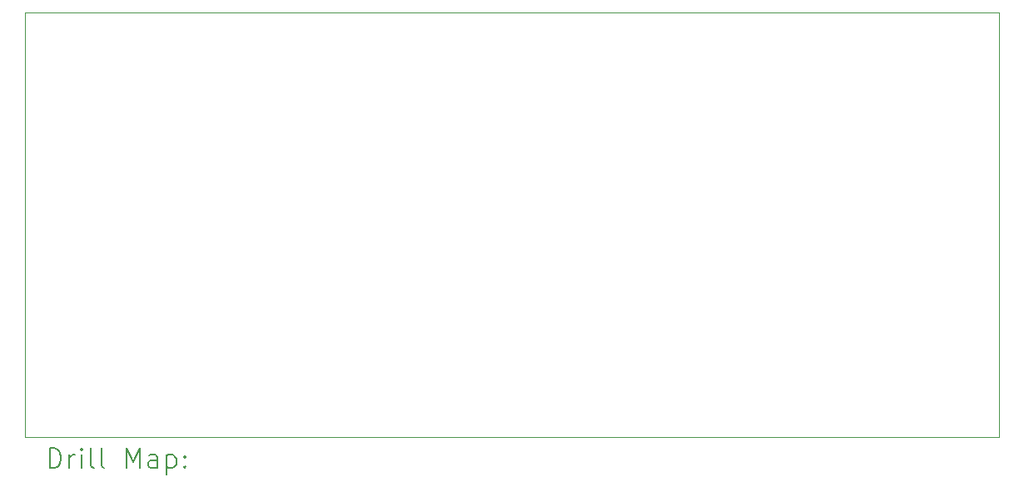
<source format=gbr>
%TF.GenerationSoftware,KiCad,Pcbnew,(6.0.9)*%
%TF.CreationDate,2022-11-21T20:36:19+01:00*%
%TF.ProjectId,PMOD proto board,504d4f44-2070-4726-9f74-6f20626f6172,V1.0*%
%TF.SameCoordinates,Original*%
%TF.FileFunction,Drillmap*%
%TF.FilePolarity,Positive*%
%FSLAX45Y45*%
G04 Gerber Fmt 4.5, Leading zero omitted, Abs format (unit mm)*
G04 Created by KiCad (PCBNEW (6.0.9)) date 2022-11-21 20:36:19*
%MOMM*%
%LPD*%
G01*
G04 APERTURE LIST*
%ADD10C,0.100000*%
%ADD11C,0.200000*%
G04 APERTURE END LIST*
D10*
X16891000Y-14859000D02*
X26797000Y-14859000D01*
X26797000Y-14859000D02*
X26797000Y-10541000D01*
X16891000Y-10541000D02*
X16891000Y-14859000D01*
X26797000Y-10541000D02*
X16891000Y-10541000D01*
D11*
X17143619Y-15174476D02*
X17143619Y-14974476D01*
X17191238Y-14974476D01*
X17219810Y-14984000D01*
X17238857Y-15003048D01*
X17248381Y-15022095D01*
X17257905Y-15060190D01*
X17257905Y-15088762D01*
X17248381Y-15126857D01*
X17238857Y-15145905D01*
X17219810Y-15164952D01*
X17191238Y-15174476D01*
X17143619Y-15174476D01*
X17343619Y-15174476D02*
X17343619Y-15041143D01*
X17343619Y-15079238D02*
X17353143Y-15060190D01*
X17362667Y-15050667D01*
X17381714Y-15041143D01*
X17400762Y-15041143D01*
X17467429Y-15174476D02*
X17467429Y-15041143D01*
X17467429Y-14974476D02*
X17457905Y-14984000D01*
X17467429Y-14993524D01*
X17476952Y-14984000D01*
X17467429Y-14974476D01*
X17467429Y-14993524D01*
X17591238Y-15174476D02*
X17572190Y-15164952D01*
X17562667Y-15145905D01*
X17562667Y-14974476D01*
X17696000Y-15174476D02*
X17676952Y-15164952D01*
X17667429Y-15145905D01*
X17667429Y-14974476D01*
X17924571Y-15174476D02*
X17924571Y-14974476D01*
X17991238Y-15117333D01*
X18057905Y-14974476D01*
X18057905Y-15174476D01*
X18238857Y-15174476D02*
X18238857Y-15069714D01*
X18229333Y-15050667D01*
X18210286Y-15041143D01*
X18172190Y-15041143D01*
X18153143Y-15050667D01*
X18238857Y-15164952D02*
X18219810Y-15174476D01*
X18172190Y-15174476D01*
X18153143Y-15164952D01*
X18143619Y-15145905D01*
X18143619Y-15126857D01*
X18153143Y-15107809D01*
X18172190Y-15098286D01*
X18219810Y-15098286D01*
X18238857Y-15088762D01*
X18334095Y-15041143D02*
X18334095Y-15241143D01*
X18334095Y-15050667D02*
X18353143Y-15041143D01*
X18391238Y-15041143D01*
X18410286Y-15050667D01*
X18419810Y-15060190D01*
X18429333Y-15079238D01*
X18429333Y-15136381D01*
X18419810Y-15155428D01*
X18410286Y-15164952D01*
X18391238Y-15174476D01*
X18353143Y-15174476D01*
X18334095Y-15164952D01*
X18515048Y-15155428D02*
X18524571Y-15164952D01*
X18515048Y-15174476D01*
X18505524Y-15164952D01*
X18515048Y-15155428D01*
X18515048Y-15174476D01*
X18515048Y-15050667D02*
X18524571Y-15060190D01*
X18515048Y-15069714D01*
X18505524Y-15060190D01*
X18515048Y-15050667D01*
X18515048Y-15069714D01*
M02*

</source>
